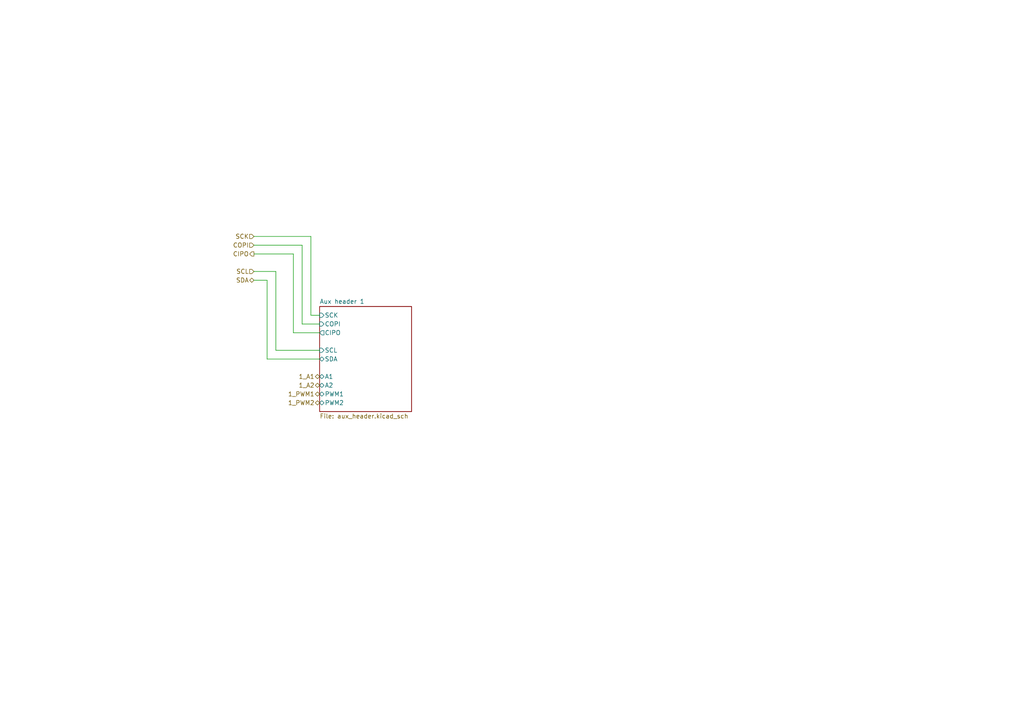
<source format=kicad_sch>
(kicad_sch (version 20230121) (generator eeschema)
  (paper "A4")
  (title_block (title "LumenPnP Motherboard") (date "2022-03-29") (rev "003") (company "Opulo"))
  (lib_symbols)
  (wire (pts (xy 90.17 91.44) (xy 90.17 68.58)))
  (wire (pts (xy 77.47 104.14) (xy 92.71 104.14)))
  (wire (pts (xy 92.71 101.6) (xy 80.01 101.6)))
  (wire (pts (xy 90.17 91.44) (xy 92.71 91.44)))
  (wire (pts (xy 73.66 81.28) (xy 77.47 81.28)))
  (wire (pts (xy 87.63 71.12) (xy 73.66 71.12)))
  (wire (pts (xy 85.09 96.52) (xy 92.71 96.52)))
  (wire (pts (xy 73.66 68.58) (xy 90.17 68.58)))
  (wire (pts (xy 80.01 78.74) (xy 73.66 78.74)))
  (wire (pts (xy 77.47 81.28) (xy 77.47 104.14)))
  (wire (pts (xy 87.63 93.98) (xy 92.71 93.98)))
  (wire (pts (xy 85.09 73.66) (xy 73.66 73.66)))
  (wire (pts (xy 85.09 96.52) (xy 85.09 73.66)))
  (wire (pts (xy 80.01 101.6) (xy 80.01 78.74)))
  (wire (pts (xy 87.63 93.98) (xy 87.63 71.12)))
  (hierarchical_label "SCL" (shape input) (at 73.66 78.74 180))
  (hierarchical_label "SCK" (shape input) (at 73.66 68.58 180))
  (hierarchical_label "1_PWM2" (shape bidirectional) (at 92.71 116.84 180))
  (hierarchical_label "COPI" (shape input) (at 73.66 71.12 180))
  (hierarchical_label "1_A1" (shape bidirectional) (at 92.71 109.22 180))
  (hierarchical_label "CIPO" (shape output) (at 73.66 73.66 180))
  (hierarchical_label "1_A2" (shape bidirectional) (at 92.71 111.76 180))
  (hierarchical_label "1_PWM1" (shape bidirectional) (at 92.71 114.3 180))
  (hierarchical_label "SDA" (shape bidirectional) (at 73.66 81.28 180))
  (sheet (at 92.71 88.9) (size 26.67 30.48) (stroke (width 0.1524))
    (property "Sheetname" "Aux header 1" (at 92.71 88.1884 0) (effects (justify left bottom)))
    (property "Sheetfile" "aux_header.kicad_sch" (at 92.71 119.9646 0) (effects (justify left top)))
    (pin "PWM1" bidirectional (at 92.71 114.3 180))
    (pin "A2" bidirectional (at 92.71 111.76 180))
    (pin "A1" bidirectional (at 92.71 109.22 180))
    (pin "PWM2" bidirectional (at 92.71 116.84 180))
    (pin "COPI" input (at 92.71 93.98 180))
    (pin "CIPO" output (at 92.71 96.52 180))
    (pin "SCL" input (at 92.71 101.6 180))
    (pin "SCK" input (at 92.71 91.44 180))
    (pin "SDA" bidirectional (at 92.71 104.14 180))
  )
)
</source>
